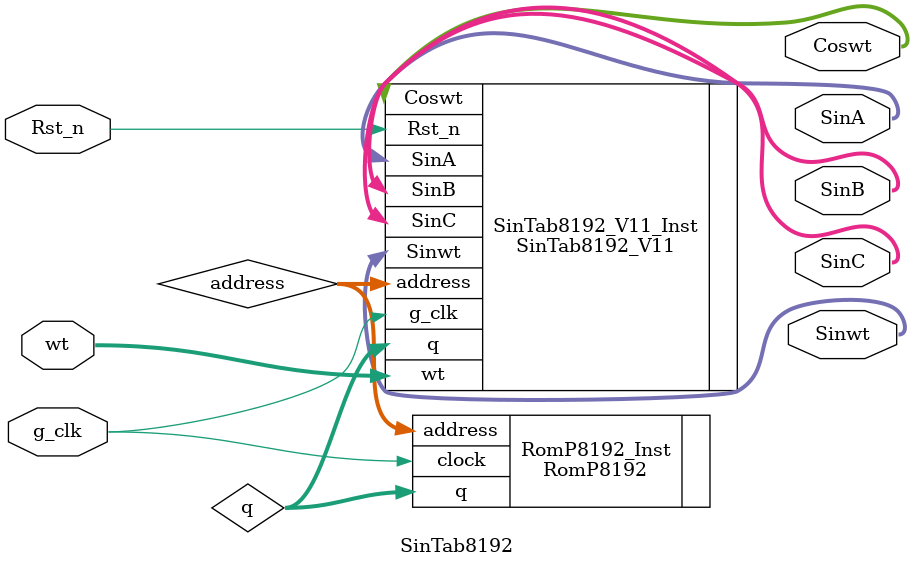
<source format=v>



module SinTab8192 
          (
           input g_clk,
           input Rst_n,
           input [12:0] wt,
           output [11:0] Sinwt,
           output [11:0] Coswt,
			  output [11:0] SinA,
			  output [11:0] SinB,
			  output [11:0] SinC
			  );
			 
wire [10:0]  address;			 
SinTab8192_V11  SinTab8192_V11_Inst
          (
           .g_clk( g_clk ),
           .Rst_n( Rst_n ),
           .wt( wt ),
           .q( q ),
           .address( address ),
           .Sinwt( Sinwt ),
           .Coswt( Coswt ),
           .SinA( SinA ),
           .SinB( SinB ),
           .SinC( SinC )
          );			 
			 
wire [11:0] q;
RomP8192  RomP8192_Inst
	(
	.address( address ),
	.clock( g_clk ),
	.q( q )
	);		 
			 
endmodule
</source>
